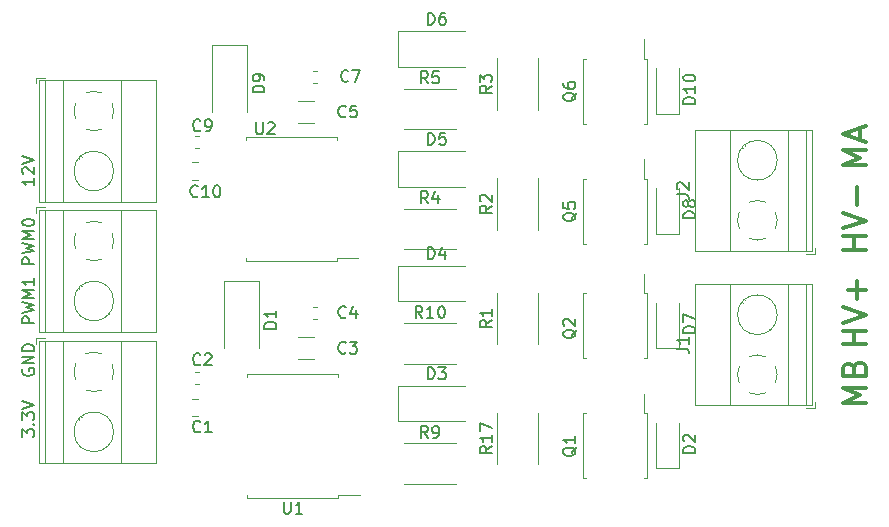
<source format=gbr>
%TF.GenerationSoftware,KiCad,Pcbnew,(5.1.9)-1*%
%TF.CreationDate,2021-03-04T13:54:21-05:00*%
%TF.ProjectId,driver_board,64726976-6572-45f6-926f-6172642e6b69,rev?*%
%TF.SameCoordinates,Original*%
%TF.FileFunction,Legend,Top*%
%TF.FilePolarity,Positive*%
%FSLAX46Y46*%
G04 Gerber Fmt 4.6, Leading zero omitted, Abs format (unit mm)*
G04 Created by KiCad (PCBNEW (5.1.9)-1) date 2021-03-04 13:54:21*
%MOMM*%
%LPD*%
G01*
G04 APERTURE LIST*
%ADD10C,0.200000*%
%ADD11C,0.300000*%
%ADD12C,0.120000*%
%ADD13C,0.150000*%
G04 APERTURE END LIST*
D10*
X60057380Y-142065952D02*
X59057380Y-142065952D01*
X59057380Y-141685000D01*
X59105000Y-141589761D01*
X59152619Y-141542142D01*
X59247857Y-141494523D01*
X59390714Y-141494523D01*
X59485952Y-141542142D01*
X59533571Y-141589761D01*
X59581190Y-141685000D01*
X59581190Y-142065952D01*
X59057380Y-141161190D02*
X60057380Y-140923095D01*
X59343095Y-140732619D01*
X60057380Y-140542142D01*
X59057380Y-140304047D01*
X60057380Y-139923095D02*
X59057380Y-139923095D01*
X59771666Y-139589761D01*
X59057380Y-139256428D01*
X60057380Y-139256428D01*
X60057380Y-138256428D02*
X60057380Y-138827857D01*
X60057380Y-138542142D02*
X59057380Y-138542142D01*
X59200238Y-138637380D01*
X59295476Y-138732619D01*
X59343095Y-138827857D01*
X59105000Y-145946904D02*
X59057380Y-146042142D01*
X59057380Y-146185000D01*
X59105000Y-146327857D01*
X59200238Y-146423095D01*
X59295476Y-146470714D01*
X59485952Y-146518333D01*
X59628809Y-146518333D01*
X59819285Y-146470714D01*
X59914523Y-146423095D01*
X60009761Y-146327857D01*
X60057380Y-146185000D01*
X60057380Y-146089761D01*
X60009761Y-145946904D01*
X59962142Y-145899285D01*
X59628809Y-145899285D01*
X59628809Y-146089761D01*
X60057380Y-145470714D02*
X59057380Y-145470714D01*
X60057380Y-144899285D01*
X59057380Y-144899285D01*
X60057380Y-144423095D02*
X59057380Y-144423095D01*
X59057380Y-144185000D01*
X59105000Y-144042142D01*
X59200238Y-143946904D01*
X59295476Y-143899285D01*
X59485952Y-143851666D01*
X59628809Y-143851666D01*
X59819285Y-143899285D01*
X59914523Y-143946904D01*
X60009761Y-144042142D01*
X60057380Y-144185000D01*
X60057380Y-144423095D01*
X60057380Y-129804047D02*
X60057380Y-130375476D01*
X60057380Y-130089761D02*
X59057380Y-130089761D01*
X59200238Y-130185000D01*
X59295476Y-130280238D01*
X59343095Y-130375476D01*
X59152619Y-129423095D02*
X59105000Y-129375476D01*
X59057380Y-129280238D01*
X59057380Y-129042142D01*
X59105000Y-128946904D01*
X59152619Y-128899285D01*
X59247857Y-128851666D01*
X59343095Y-128851666D01*
X59485952Y-128899285D01*
X60057380Y-129470714D01*
X60057380Y-128851666D01*
X59057380Y-128565952D02*
X60057380Y-128232619D01*
X59057380Y-127899285D01*
X59057380Y-151661190D02*
X59057380Y-151042142D01*
X59438333Y-151375476D01*
X59438333Y-151232619D01*
X59485952Y-151137380D01*
X59533571Y-151089761D01*
X59628809Y-151042142D01*
X59866904Y-151042142D01*
X59962142Y-151089761D01*
X60009761Y-151137380D01*
X60057380Y-151232619D01*
X60057380Y-151518333D01*
X60009761Y-151613571D01*
X59962142Y-151661190D01*
X59962142Y-150613571D02*
X60009761Y-150565952D01*
X60057380Y-150613571D01*
X60009761Y-150661190D01*
X59962142Y-150613571D01*
X60057380Y-150613571D01*
X59057380Y-150232619D02*
X59057380Y-149613571D01*
X59438333Y-149946904D01*
X59438333Y-149804047D01*
X59485952Y-149708809D01*
X59533571Y-149661190D01*
X59628809Y-149613571D01*
X59866904Y-149613571D01*
X59962142Y-149661190D01*
X60009761Y-149708809D01*
X60057380Y-149804047D01*
X60057380Y-150089761D01*
X60009761Y-150185000D01*
X59962142Y-150232619D01*
X59057380Y-149327857D02*
X60057380Y-148994523D01*
X59057380Y-148661190D01*
X60057380Y-137065952D02*
X59057380Y-137065952D01*
X59057380Y-136685000D01*
X59105000Y-136589761D01*
X59152619Y-136542142D01*
X59247857Y-136494523D01*
X59390714Y-136494523D01*
X59485952Y-136542142D01*
X59533571Y-136589761D01*
X59581190Y-136685000D01*
X59581190Y-137065952D01*
X59057380Y-136161190D02*
X60057380Y-135923095D01*
X59343095Y-135732619D01*
X60057380Y-135542142D01*
X59057380Y-135304047D01*
X60057380Y-134923095D02*
X59057380Y-134923095D01*
X59771666Y-134589761D01*
X59057380Y-134256428D01*
X60057380Y-134256428D01*
X59057380Y-133589761D02*
X59057380Y-133494523D01*
X59105000Y-133399285D01*
X59152619Y-133351666D01*
X59247857Y-133304047D01*
X59438333Y-133256428D01*
X59676428Y-133256428D01*
X59866904Y-133304047D01*
X59962142Y-133351666D01*
X60009761Y-133399285D01*
X60057380Y-133494523D01*
X60057380Y-133589761D01*
X60009761Y-133685000D01*
X59962142Y-133732619D01*
X59866904Y-133780238D01*
X59676428Y-133827857D01*
X59438333Y-133827857D01*
X59247857Y-133780238D01*
X59152619Y-133732619D01*
X59105000Y-133685000D01*
X59057380Y-133589761D01*
D11*
X130509761Y-143851666D02*
X128509761Y-143851666D01*
X129462142Y-143851666D02*
X129462142Y-142708809D01*
X130509761Y-142708809D02*
X128509761Y-142708809D01*
X128509761Y-142042142D02*
X130509761Y-141375476D01*
X128509761Y-140708809D01*
X129747857Y-140042142D02*
X129747857Y-138518333D01*
X130509761Y-139280238D02*
X128985952Y-139280238D01*
X130509761Y-148851666D02*
X128509761Y-148851666D01*
X129938333Y-148185000D01*
X128509761Y-147518333D01*
X130509761Y-147518333D01*
X129462142Y-145899285D02*
X129557380Y-145613571D01*
X129652619Y-145518333D01*
X129843095Y-145423095D01*
X130128809Y-145423095D01*
X130319285Y-145518333D01*
X130414523Y-145613571D01*
X130509761Y-145804047D01*
X130509761Y-146565952D01*
X128509761Y-146565952D01*
X128509761Y-145899285D01*
X128605000Y-145708809D01*
X128700238Y-145613571D01*
X128890714Y-145518333D01*
X129081190Y-145518333D01*
X129271666Y-145613571D01*
X129366904Y-145708809D01*
X129462142Y-145899285D01*
X129462142Y-146565952D01*
X130509761Y-128708809D02*
X128509761Y-128708809D01*
X129938333Y-128042142D01*
X128509761Y-127375476D01*
X130509761Y-127375476D01*
X129938333Y-126518333D02*
X129938333Y-125565952D01*
X130509761Y-126708809D02*
X128509761Y-126042142D01*
X130509761Y-125375476D01*
X130509761Y-135851666D02*
X128509761Y-135851666D01*
X129462142Y-135851666D02*
X129462142Y-134708809D01*
X130509761Y-134708809D02*
X128509761Y-134708809D01*
X128509761Y-134042142D02*
X130509761Y-133375476D01*
X128509761Y-132708809D01*
X129747857Y-132042142D02*
X129747857Y-130518333D01*
D12*
%TO.C,C5*%
X83791252Y-123275000D02*
X82368748Y-123275000D01*
X83791252Y-125095000D02*
X82368748Y-125095000D01*
%TO.C,C3*%
X83791252Y-143275000D02*
X82368748Y-143275000D01*
X83791252Y-145095000D02*
X82368748Y-145095000D01*
%TO.C,J5*%
X60205000Y-143345000D02*
X60205000Y-143845000D01*
X60945000Y-143345000D02*
X60205000Y-143345000D01*
X64082000Y-150038000D02*
X64036000Y-149991000D01*
X66380000Y-152335000D02*
X66344000Y-152300000D01*
X63866000Y-150231000D02*
X63831000Y-150196000D01*
X66174000Y-152540000D02*
X66128000Y-152493000D01*
X70366000Y-153865000D02*
X60445000Y-153865000D01*
X70366000Y-143585000D02*
X60445000Y-143585000D01*
X60445000Y-143585000D02*
X60445000Y-153865000D01*
X70366000Y-143585000D02*
X70366000Y-153865000D01*
X67406000Y-143585000D02*
X67406000Y-153865000D01*
X62505000Y-143585000D02*
X62505000Y-153865000D01*
X61005000Y-143585000D02*
X61005000Y-153865000D01*
X66785000Y-151265000D02*
G75*
G03*
X66785000Y-151265000I-1680000J0D01*
G01*
X63424747Y-146213805D02*
G75*
G02*
X63570000Y-145501000I1680253J28805D01*
G01*
X64421958Y-144649574D02*
G75*
G02*
X65789000Y-144650000I683042J-1535426D01*
G01*
X66640426Y-145501958D02*
G75*
G02*
X66640000Y-146869000I-1535426J-683042D01*
G01*
X65788042Y-147720426D02*
G75*
G02*
X64421000Y-147720000I-683042J1535426D01*
G01*
X63570244Y-146868318D02*
G75*
G02*
X63425000Y-146185000I1534756J683318D01*
G01*
%TO.C,J4*%
X60205000Y-132265000D02*
X60205000Y-132765000D01*
X60945000Y-132265000D02*
X60205000Y-132265000D01*
X64082000Y-138958000D02*
X64036000Y-138911000D01*
X66380000Y-141255000D02*
X66344000Y-141220000D01*
X63866000Y-139151000D02*
X63831000Y-139116000D01*
X66174000Y-141460000D02*
X66128000Y-141413000D01*
X70366000Y-142785000D02*
X60445000Y-142785000D01*
X70366000Y-132505000D02*
X60445000Y-132505000D01*
X60445000Y-132505000D02*
X60445000Y-142785000D01*
X70366000Y-132505000D02*
X70366000Y-142785000D01*
X67406000Y-132505000D02*
X67406000Y-142785000D01*
X62505000Y-132505000D02*
X62505000Y-142785000D01*
X61005000Y-132505000D02*
X61005000Y-142785000D01*
X66785000Y-140185000D02*
G75*
G03*
X66785000Y-140185000I-1680000J0D01*
G01*
X63424747Y-135133805D02*
G75*
G02*
X63570000Y-134421000I1680253J28805D01*
G01*
X64421958Y-133569574D02*
G75*
G02*
X65789000Y-133570000I683042J-1535426D01*
G01*
X66640426Y-134421958D02*
G75*
G02*
X66640000Y-135789000I-1535426J-683042D01*
G01*
X65788042Y-136640426D02*
G75*
G02*
X64421000Y-136640000I-683042J1535426D01*
G01*
X63570244Y-135788318D02*
G75*
G02*
X63425000Y-135105000I1534756J683318D01*
G01*
%TO.C,J3*%
X60205000Y-121265000D02*
X60205000Y-121765000D01*
X60945000Y-121265000D02*
X60205000Y-121265000D01*
X64082000Y-127958000D02*
X64036000Y-127911000D01*
X66380000Y-130255000D02*
X66344000Y-130220000D01*
X63866000Y-128151000D02*
X63831000Y-128116000D01*
X66174000Y-130460000D02*
X66128000Y-130413000D01*
X70366000Y-131785000D02*
X60445000Y-131785000D01*
X70366000Y-121505000D02*
X60445000Y-121505000D01*
X60445000Y-121505000D02*
X60445000Y-131785000D01*
X70366000Y-121505000D02*
X70366000Y-131785000D01*
X67406000Y-121505000D02*
X67406000Y-131785000D01*
X62505000Y-121505000D02*
X62505000Y-131785000D01*
X61005000Y-121505000D02*
X61005000Y-131785000D01*
X66785000Y-129185000D02*
G75*
G03*
X66785000Y-129185000I-1680000J0D01*
G01*
X63424747Y-124133805D02*
G75*
G02*
X63570000Y-123421000I1680253J28805D01*
G01*
X64421958Y-122569574D02*
G75*
G02*
X65789000Y-122570000I683042J-1535426D01*
G01*
X66640426Y-123421958D02*
G75*
G02*
X66640000Y-124789000I-1535426J-683042D01*
G01*
X65788042Y-125640426D02*
G75*
G02*
X64421000Y-125640000I-683042J1535426D01*
G01*
X63570244Y-124788318D02*
G75*
G02*
X63425000Y-124105000I1534756J683318D01*
G01*
%TO.C,J2*%
X126185000Y-136190000D02*
X126185000Y-135690000D01*
X125445000Y-136190000D02*
X126185000Y-136190000D01*
X122308000Y-129497000D02*
X122354000Y-129544000D01*
X120010000Y-127200000D02*
X120046000Y-127235000D01*
X122524000Y-129304000D02*
X122559000Y-129339000D01*
X120216000Y-126995000D02*
X120262000Y-127042000D01*
X116024000Y-125670000D02*
X125945000Y-125670000D01*
X116024000Y-135950000D02*
X125945000Y-135950000D01*
X125945000Y-135950000D02*
X125945000Y-125670000D01*
X116024000Y-135950000D02*
X116024000Y-125670000D01*
X118984000Y-135950000D02*
X118984000Y-125670000D01*
X123885000Y-135950000D02*
X123885000Y-125670000D01*
X125385000Y-135950000D02*
X125385000Y-125670000D01*
X122965000Y-128270000D02*
G75*
G03*
X122965000Y-128270000I-1680000J0D01*
G01*
X122965253Y-133321195D02*
G75*
G02*
X122820000Y-134034000I-1680253J-28805D01*
G01*
X121968042Y-134885426D02*
G75*
G02*
X120601000Y-134885000I-683042J1535426D01*
G01*
X119749574Y-134033042D02*
G75*
G02*
X119750000Y-132666000I1535426J683042D01*
G01*
X120601958Y-131814574D02*
G75*
G02*
X121969000Y-131815000I683042J-1535426D01*
G01*
X122819756Y-132666682D02*
G75*
G02*
X122965000Y-133350000I-1534756J-683318D01*
G01*
%TO.C,J1*%
X126185000Y-149271000D02*
X126185000Y-148771000D01*
X125445000Y-149271000D02*
X126185000Y-149271000D01*
X122308000Y-142578000D02*
X122354000Y-142625000D01*
X120010000Y-140281000D02*
X120046000Y-140316000D01*
X122524000Y-142385000D02*
X122559000Y-142420000D01*
X120216000Y-140076000D02*
X120262000Y-140123000D01*
X116024000Y-138751000D02*
X125945000Y-138751000D01*
X116024000Y-149031000D02*
X125945000Y-149031000D01*
X125945000Y-149031000D02*
X125945000Y-138751000D01*
X116024000Y-149031000D02*
X116024000Y-138751000D01*
X118984000Y-149031000D02*
X118984000Y-138751000D01*
X123885000Y-149031000D02*
X123885000Y-138751000D01*
X125385000Y-149031000D02*
X125385000Y-138751000D01*
X122965000Y-141351000D02*
G75*
G03*
X122965000Y-141351000I-1680000J0D01*
G01*
X122965253Y-146402195D02*
G75*
G02*
X122820000Y-147115000I-1680253J-28805D01*
G01*
X121968042Y-147966426D02*
G75*
G02*
X120601000Y-147966000I-683042J1535426D01*
G01*
X119749574Y-147114042D02*
G75*
G02*
X119750000Y-145747000I1535426J683042D01*
G01*
X120601958Y-144895574D02*
G75*
G02*
X121969000Y-144896000I683042J-1535426D01*
G01*
X122819756Y-145747682D02*
G75*
G02*
X122965000Y-146431000I-1534756J-683318D01*
G01*
%TO.C,C7*%
X83970580Y-120675000D02*
X83689420Y-120675000D01*
X83970580Y-121695000D02*
X83689420Y-121695000D01*
%TO.C,C4*%
X83970580Y-140675000D02*
X83689420Y-140675000D01*
X83970580Y-141695000D02*
X83689420Y-141695000D01*
%TO.C,D1*%
X79105000Y-144185000D02*
X79105000Y-138485000D01*
X79105000Y-138485000D02*
X76105000Y-138485000D01*
X76105000Y-138485000D02*
X76105000Y-144185000D01*
%TO.C,C10*%
X73916252Y-128450000D02*
X73393748Y-128450000D01*
X73916252Y-129920000D02*
X73393748Y-129920000D01*
%TO.C,C9*%
X73970580Y-126175000D02*
X73689420Y-126175000D01*
X73970580Y-127195000D02*
X73689420Y-127195000D01*
%TO.C,C2*%
X73970580Y-146175000D02*
X73689420Y-146175000D01*
X73970580Y-147195000D02*
X73689420Y-147195000D01*
%TO.C,C1*%
X73916252Y-148450000D02*
X73393748Y-148450000D01*
X73916252Y-149920000D02*
X73393748Y-149920000D01*
%TO.C,D3*%
X96520000Y-147360000D02*
X90820000Y-147360000D01*
X90820000Y-147360000D02*
X90820000Y-150360000D01*
X90820000Y-150360000D02*
X96520000Y-150360000D01*
%TO.C,D10*%
X112665000Y-124345000D02*
X114665000Y-124345000D01*
X114665000Y-124345000D02*
X114665000Y-120495000D01*
X112665000Y-124345000D02*
X112665000Y-120495000D01*
%TO.C,D8*%
X112665000Y-134505000D02*
X114665000Y-134505000D01*
X114665000Y-134505000D02*
X114665000Y-130655000D01*
X112665000Y-134505000D02*
X112665000Y-130655000D01*
%TO.C,D7*%
X112665000Y-144205000D02*
X114665000Y-144205000D01*
X114665000Y-144205000D02*
X114665000Y-140355000D01*
X112665000Y-144205000D02*
X112665000Y-140355000D01*
%TO.C,D2*%
X112665000Y-154365000D02*
X114665000Y-154365000D01*
X114665000Y-154365000D02*
X114665000Y-150515000D01*
X112665000Y-154365000D02*
X112665000Y-150515000D01*
%TO.C,U2*%
X81820000Y-126280000D02*
X77960000Y-126280000D01*
X77960000Y-126280000D02*
X77960000Y-126535000D01*
X81820000Y-126280000D02*
X85680000Y-126280000D01*
X85680000Y-126280000D02*
X85680000Y-126535000D01*
X81820000Y-136800000D02*
X77960000Y-136800000D01*
X77960000Y-136800000D02*
X77960000Y-136545000D01*
X81820000Y-136800000D02*
X85680000Y-136800000D01*
X85680000Y-136800000D02*
X85680000Y-136545000D01*
X85680000Y-136545000D02*
X87495000Y-136545000D01*
%TO.C,U1*%
X81955000Y-146370000D02*
X78095000Y-146370000D01*
X78095000Y-146370000D02*
X78095000Y-146625000D01*
X81955000Y-146370000D02*
X85815000Y-146370000D01*
X85815000Y-146370000D02*
X85815000Y-146625000D01*
X81955000Y-156890000D02*
X78095000Y-156890000D01*
X78095000Y-156890000D02*
X78095000Y-156635000D01*
X81955000Y-156890000D02*
X85815000Y-156890000D01*
X85815000Y-156890000D02*
X85815000Y-156635000D01*
X85815000Y-156635000D02*
X87630000Y-156635000D01*
%TO.C,R17*%
X99255000Y-153999564D02*
X99255000Y-149645436D01*
X102675000Y-153999564D02*
X102675000Y-149645436D01*
%TO.C,R10*%
X91380436Y-142070000D02*
X95734564Y-142070000D01*
X91380436Y-145490000D02*
X95734564Y-145490000D01*
%TO.C,R9*%
X91380436Y-152230000D02*
X95734564Y-152230000D01*
X91380436Y-155650000D02*
X95734564Y-155650000D01*
%TO.C,R5*%
X91380436Y-122210000D02*
X95734564Y-122210000D01*
X91380436Y-125630000D02*
X95734564Y-125630000D01*
%TO.C,R4*%
X91380436Y-132370000D02*
X95734564Y-132370000D01*
X91380436Y-135790000D02*
X95734564Y-135790000D01*
%TO.C,R3*%
X99255000Y-123979564D02*
X99255000Y-119625436D01*
X102675000Y-123979564D02*
X102675000Y-119625436D01*
%TO.C,R2*%
X99255000Y-134139564D02*
X99255000Y-129785436D01*
X102675000Y-134139564D02*
X102675000Y-129785436D01*
%TO.C,R1*%
X99255000Y-143839564D02*
X99255000Y-139485436D01*
X102675000Y-143839564D02*
X102675000Y-139485436D01*
%TO.C,Q6*%
X111685000Y-119690000D02*
X111685000Y-118040000D01*
X111945000Y-119690000D02*
X111685000Y-119690000D01*
X111945000Y-122440000D02*
X111945000Y-119690000D01*
X111945000Y-125190000D02*
X111685000Y-125190000D01*
X111945000Y-122440000D02*
X111945000Y-125190000D01*
X106495000Y-119690000D02*
X106755000Y-119690000D01*
X106495000Y-122440000D02*
X106495000Y-119690000D01*
X106495000Y-125190000D02*
X106755000Y-125190000D01*
X106495000Y-122440000D02*
X106495000Y-125190000D01*
%TO.C,Q5*%
X111685000Y-129850000D02*
X111685000Y-128200000D01*
X111945000Y-129850000D02*
X111685000Y-129850000D01*
X111945000Y-132600000D02*
X111945000Y-129850000D01*
X111945000Y-135350000D02*
X111685000Y-135350000D01*
X111945000Y-132600000D02*
X111945000Y-135350000D01*
X106495000Y-129850000D02*
X106755000Y-129850000D01*
X106495000Y-132600000D02*
X106495000Y-129850000D01*
X106495000Y-135350000D02*
X106755000Y-135350000D01*
X106495000Y-132600000D02*
X106495000Y-135350000D01*
%TO.C,Q2*%
X111685000Y-139550000D02*
X111685000Y-137900000D01*
X111945000Y-139550000D02*
X111685000Y-139550000D01*
X111945000Y-142300000D02*
X111945000Y-139550000D01*
X111945000Y-145050000D02*
X111685000Y-145050000D01*
X111945000Y-142300000D02*
X111945000Y-145050000D01*
X106495000Y-139550000D02*
X106755000Y-139550000D01*
X106495000Y-142300000D02*
X106495000Y-139550000D01*
X106495000Y-145050000D02*
X106755000Y-145050000D01*
X106495000Y-142300000D02*
X106495000Y-145050000D01*
%TO.C,Q1*%
X111685000Y-149710000D02*
X111685000Y-148060000D01*
X111945000Y-149710000D02*
X111685000Y-149710000D01*
X111945000Y-152460000D02*
X111945000Y-149710000D01*
X111945000Y-155210000D02*
X111685000Y-155210000D01*
X111945000Y-152460000D02*
X111945000Y-155210000D01*
X106495000Y-149710000D02*
X106755000Y-149710000D01*
X106495000Y-152460000D02*
X106495000Y-149710000D01*
X106495000Y-155210000D02*
X106755000Y-155210000D01*
X106495000Y-152460000D02*
X106495000Y-155210000D01*
%TO.C,D9*%
X78105000Y-124185000D02*
X78105000Y-118485000D01*
X78105000Y-118485000D02*
X75105000Y-118485000D01*
X75105000Y-118485000D02*
X75105000Y-124185000D01*
%TO.C,D6*%
X96520000Y-117340000D02*
X90820000Y-117340000D01*
X90820000Y-117340000D02*
X90820000Y-120340000D01*
X90820000Y-120340000D02*
X96520000Y-120340000D01*
%TO.C,D5*%
X96520000Y-127500000D02*
X90820000Y-127500000D01*
X90820000Y-127500000D02*
X90820000Y-130500000D01*
X90820000Y-130500000D02*
X96520000Y-130500000D01*
%TO.C,D4*%
X96520000Y-137200000D02*
X90820000Y-137200000D01*
X90820000Y-137200000D02*
X90820000Y-140200000D01*
X90820000Y-140200000D02*
X96520000Y-140200000D01*
%TO.C,C5*%
D13*
X86438333Y-124542142D02*
X86390714Y-124589761D01*
X86247857Y-124637380D01*
X86152619Y-124637380D01*
X86009761Y-124589761D01*
X85914523Y-124494523D01*
X85866904Y-124399285D01*
X85819285Y-124208809D01*
X85819285Y-124065952D01*
X85866904Y-123875476D01*
X85914523Y-123780238D01*
X86009761Y-123685000D01*
X86152619Y-123637380D01*
X86247857Y-123637380D01*
X86390714Y-123685000D01*
X86438333Y-123732619D01*
X87343095Y-123637380D02*
X86866904Y-123637380D01*
X86819285Y-124113571D01*
X86866904Y-124065952D01*
X86962142Y-124018333D01*
X87200238Y-124018333D01*
X87295476Y-124065952D01*
X87343095Y-124113571D01*
X87390714Y-124208809D01*
X87390714Y-124446904D01*
X87343095Y-124542142D01*
X87295476Y-124589761D01*
X87200238Y-124637380D01*
X86962142Y-124637380D01*
X86866904Y-124589761D01*
X86819285Y-124542142D01*
%TO.C,C3*%
X86438333Y-144542142D02*
X86390714Y-144589761D01*
X86247857Y-144637380D01*
X86152619Y-144637380D01*
X86009761Y-144589761D01*
X85914523Y-144494523D01*
X85866904Y-144399285D01*
X85819285Y-144208809D01*
X85819285Y-144065952D01*
X85866904Y-143875476D01*
X85914523Y-143780238D01*
X86009761Y-143685000D01*
X86152619Y-143637380D01*
X86247857Y-143637380D01*
X86390714Y-143685000D01*
X86438333Y-143732619D01*
X86771666Y-143637380D02*
X87390714Y-143637380D01*
X87057380Y-144018333D01*
X87200238Y-144018333D01*
X87295476Y-144065952D01*
X87343095Y-144113571D01*
X87390714Y-144208809D01*
X87390714Y-144446904D01*
X87343095Y-144542142D01*
X87295476Y-144589761D01*
X87200238Y-144637380D01*
X86914523Y-144637380D01*
X86819285Y-144589761D01*
X86771666Y-144542142D01*
%TO.C,J2*%
X114477380Y-131143333D02*
X115191666Y-131143333D01*
X115334523Y-131190952D01*
X115429761Y-131286190D01*
X115477380Y-131429047D01*
X115477380Y-131524285D01*
X114572619Y-130714761D02*
X114525000Y-130667142D01*
X114477380Y-130571904D01*
X114477380Y-130333809D01*
X114525000Y-130238571D01*
X114572619Y-130190952D01*
X114667857Y-130143333D01*
X114763095Y-130143333D01*
X114905952Y-130190952D01*
X115477380Y-130762380D01*
X115477380Y-130143333D01*
%TO.C,J1*%
X114477380Y-144224333D02*
X115191666Y-144224333D01*
X115334523Y-144271952D01*
X115429761Y-144367190D01*
X115477380Y-144510047D01*
X115477380Y-144605285D01*
X115477380Y-143224333D02*
X115477380Y-143795761D01*
X115477380Y-143510047D02*
X114477380Y-143510047D01*
X114620238Y-143605285D01*
X114715476Y-143700523D01*
X114763095Y-143795761D01*
%TO.C,C7*%
X86663333Y-121542142D02*
X86615714Y-121589761D01*
X86472857Y-121637380D01*
X86377619Y-121637380D01*
X86234761Y-121589761D01*
X86139523Y-121494523D01*
X86091904Y-121399285D01*
X86044285Y-121208809D01*
X86044285Y-121065952D01*
X86091904Y-120875476D01*
X86139523Y-120780238D01*
X86234761Y-120685000D01*
X86377619Y-120637380D01*
X86472857Y-120637380D01*
X86615714Y-120685000D01*
X86663333Y-120732619D01*
X86996666Y-120637380D02*
X87663333Y-120637380D01*
X87234761Y-121637380D01*
%TO.C,C4*%
X86438333Y-141542142D02*
X86390714Y-141589761D01*
X86247857Y-141637380D01*
X86152619Y-141637380D01*
X86009761Y-141589761D01*
X85914523Y-141494523D01*
X85866904Y-141399285D01*
X85819285Y-141208809D01*
X85819285Y-141065952D01*
X85866904Y-140875476D01*
X85914523Y-140780238D01*
X86009761Y-140685000D01*
X86152619Y-140637380D01*
X86247857Y-140637380D01*
X86390714Y-140685000D01*
X86438333Y-140732619D01*
X87295476Y-140970714D02*
X87295476Y-141637380D01*
X87057380Y-140589761D02*
X86819285Y-141304047D01*
X87438333Y-141304047D01*
%TO.C,D1*%
X80557380Y-142523095D02*
X79557380Y-142523095D01*
X79557380Y-142285000D01*
X79605000Y-142142142D01*
X79700238Y-142046904D01*
X79795476Y-141999285D01*
X79985952Y-141951666D01*
X80128809Y-141951666D01*
X80319285Y-141999285D01*
X80414523Y-142046904D01*
X80509761Y-142142142D01*
X80557380Y-142285000D01*
X80557380Y-142523095D01*
X80557380Y-140999285D02*
X80557380Y-141570714D01*
X80557380Y-141285000D02*
X79557380Y-141285000D01*
X79700238Y-141380238D01*
X79795476Y-141475476D01*
X79843095Y-141570714D01*
%TO.C,C10*%
X73906142Y-131294142D02*
X73858523Y-131341761D01*
X73715666Y-131389380D01*
X73620428Y-131389380D01*
X73477571Y-131341761D01*
X73382333Y-131246523D01*
X73334714Y-131151285D01*
X73287095Y-130960809D01*
X73287095Y-130817952D01*
X73334714Y-130627476D01*
X73382333Y-130532238D01*
X73477571Y-130437000D01*
X73620428Y-130389380D01*
X73715666Y-130389380D01*
X73858523Y-130437000D01*
X73906142Y-130484619D01*
X74858523Y-131389380D02*
X74287095Y-131389380D01*
X74572809Y-131389380D02*
X74572809Y-130389380D01*
X74477571Y-130532238D01*
X74382333Y-130627476D01*
X74287095Y-130675095D01*
X75477571Y-130389380D02*
X75572809Y-130389380D01*
X75668047Y-130437000D01*
X75715666Y-130484619D01*
X75763285Y-130579857D01*
X75810904Y-130770333D01*
X75810904Y-131008428D01*
X75763285Y-131198904D01*
X75715666Y-131294142D01*
X75668047Y-131341761D01*
X75572809Y-131389380D01*
X75477571Y-131389380D01*
X75382333Y-131341761D01*
X75334714Y-131294142D01*
X75287095Y-131198904D01*
X75239476Y-131008428D01*
X75239476Y-130770333D01*
X75287095Y-130579857D01*
X75334714Y-130484619D01*
X75382333Y-130437000D01*
X75477571Y-130389380D01*
%TO.C,C9*%
X74128333Y-125714142D02*
X74080714Y-125761761D01*
X73937857Y-125809380D01*
X73842619Y-125809380D01*
X73699761Y-125761761D01*
X73604523Y-125666523D01*
X73556904Y-125571285D01*
X73509285Y-125380809D01*
X73509285Y-125237952D01*
X73556904Y-125047476D01*
X73604523Y-124952238D01*
X73699761Y-124857000D01*
X73842619Y-124809380D01*
X73937857Y-124809380D01*
X74080714Y-124857000D01*
X74128333Y-124904619D01*
X74604523Y-125809380D02*
X74795000Y-125809380D01*
X74890238Y-125761761D01*
X74937857Y-125714142D01*
X75033095Y-125571285D01*
X75080714Y-125380809D01*
X75080714Y-124999857D01*
X75033095Y-124904619D01*
X74985476Y-124857000D01*
X74890238Y-124809380D01*
X74699761Y-124809380D01*
X74604523Y-124857000D01*
X74556904Y-124904619D01*
X74509285Y-124999857D01*
X74509285Y-125237952D01*
X74556904Y-125333190D01*
X74604523Y-125380809D01*
X74699761Y-125428428D01*
X74890238Y-125428428D01*
X74985476Y-125380809D01*
X75033095Y-125333190D01*
X75080714Y-125237952D01*
%TO.C,C2*%
X74128333Y-145526142D02*
X74080714Y-145573761D01*
X73937857Y-145621380D01*
X73842619Y-145621380D01*
X73699761Y-145573761D01*
X73604523Y-145478523D01*
X73556904Y-145383285D01*
X73509285Y-145192809D01*
X73509285Y-145049952D01*
X73556904Y-144859476D01*
X73604523Y-144764238D01*
X73699761Y-144669000D01*
X73842619Y-144621380D01*
X73937857Y-144621380D01*
X74080714Y-144669000D01*
X74128333Y-144716619D01*
X74509285Y-144716619D02*
X74556904Y-144669000D01*
X74652142Y-144621380D01*
X74890238Y-144621380D01*
X74985476Y-144669000D01*
X75033095Y-144716619D01*
X75080714Y-144811857D01*
X75080714Y-144907095D01*
X75033095Y-145049952D01*
X74461666Y-145621380D01*
X75080714Y-145621380D01*
%TO.C,C1*%
X74128333Y-151222142D02*
X74080714Y-151269761D01*
X73937857Y-151317380D01*
X73842619Y-151317380D01*
X73699761Y-151269761D01*
X73604523Y-151174523D01*
X73556904Y-151079285D01*
X73509285Y-150888809D01*
X73509285Y-150745952D01*
X73556904Y-150555476D01*
X73604523Y-150460238D01*
X73699761Y-150365000D01*
X73842619Y-150317380D01*
X73937857Y-150317380D01*
X74080714Y-150365000D01*
X74128333Y-150412619D01*
X75080714Y-151317380D02*
X74509285Y-151317380D01*
X74795000Y-151317380D02*
X74795000Y-150317380D01*
X74699761Y-150460238D01*
X74604523Y-150555476D01*
X74509285Y-150603095D01*
%TO.C,D3*%
X93381904Y-146812380D02*
X93381904Y-145812380D01*
X93620000Y-145812380D01*
X93762857Y-145860000D01*
X93858095Y-145955238D01*
X93905714Y-146050476D01*
X93953333Y-146240952D01*
X93953333Y-146383809D01*
X93905714Y-146574285D01*
X93858095Y-146669523D01*
X93762857Y-146764761D01*
X93620000Y-146812380D01*
X93381904Y-146812380D01*
X94286666Y-145812380D02*
X94905714Y-145812380D01*
X94572380Y-146193333D01*
X94715238Y-146193333D01*
X94810476Y-146240952D01*
X94858095Y-146288571D01*
X94905714Y-146383809D01*
X94905714Y-146621904D01*
X94858095Y-146717142D01*
X94810476Y-146764761D01*
X94715238Y-146812380D01*
X94429523Y-146812380D01*
X94334285Y-146764761D01*
X94286666Y-146717142D01*
%TO.C,D10*%
X116022380Y-123486285D02*
X115022380Y-123486285D01*
X115022380Y-123248190D01*
X115070000Y-123105333D01*
X115165238Y-123010095D01*
X115260476Y-122962476D01*
X115450952Y-122914857D01*
X115593809Y-122914857D01*
X115784285Y-122962476D01*
X115879523Y-123010095D01*
X115974761Y-123105333D01*
X116022380Y-123248190D01*
X116022380Y-123486285D01*
X116022380Y-121962476D02*
X116022380Y-122533904D01*
X116022380Y-122248190D02*
X115022380Y-122248190D01*
X115165238Y-122343428D01*
X115260476Y-122438666D01*
X115308095Y-122533904D01*
X115022380Y-121343428D02*
X115022380Y-121248190D01*
X115070000Y-121152952D01*
X115117619Y-121105333D01*
X115212857Y-121057714D01*
X115403333Y-121010095D01*
X115641428Y-121010095D01*
X115831904Y-121057714D01*
X115927142Y-121105333D01*
X115974761Y-121152952D01*
X116022380Y-121248190D01*
X116022380Y-121343428D01*
X115974761Y-121438666D01*
X115927142Y-121486285D01*
X115831904Y-121533904D01*
X115641428Y-121581523D01*
X115403333Y-121581523D01*
X115212857Y-121533904D01*
X115117619Y-121486285D01*
X115070000Y-121438666D01*
X115022380Y-121343428D01*
%TO.C,D8*%
X116022380Y-133170095D02*
X115022380Y-133170095D01*
X115022380Y-132932000D01*
X115070000Y-132789142D01*
X115165238Y-132693904D01*
X115260476Y-132646285D01*
X115450952Y-132598666D01*
X115593809Y-132598666D01*
X115784285Y-132646285D01*
X115879523Y-132693904D01*
X115974761Y-132789142D01*
X116022380Y-132932000D01*
X116022380Y-133170095D01*
X115450952Y-132027238D02*
X115403333Y-132122476D01*
X115355714Y-132170095D01*
X115260476Y-132217714D01*
X115212857Y-132217714D01*
X115117619Y-132170095D01*
X115070000Y-132122476D01*
X115022380Y-132027238D01*
X115022380Y-131836761D01*
X115070000Y-131741523D01*
X115117619Y-131693904D01*
X115212857Y-131646285D01*
X115260476Y-131646285D01*
X115355714Y-131693904D01*
X115403333Y-131741523D01*
X115450952Y-131836761D01*
X115450952Y-132027238D01*
X115498571Y-132122476D01*
X115546190Y-132170095D01*
X115641428Y-132217714D01*
X115831904Y-132217714D01*
X115927142Y-132170095D01*
X115974761Y-132122476D01*
X116022380Y-132027238D01*
X116022380Y-131836761D01*
X115974761Y-131741523D01*
X115927142Y-131693904D01*
X115831904Y-131646285D01*
X115641428Y-131646285D01*
X115546190Y-131693904D01*
X115498571Y-131741523D01*
X115450952Y-131836761D01*
%TO.C,D7*%
X116022380Y-142870095D02*
X115022380Y-142870095D01*
X115022380Y-142632000D01*
X115070000Y-142489142D01*
X115165238Y-142393904D01*
X115260476Y-142346285D01*
X115450952Y-142298666D01*
X115593809Y-142298666D01*
X115784285Y-142346285D01*
X115879523Y-142393904D01*
X115974761Y-142489142D01*
X116022380Y-142632000D01*
X116022380Y-142870095D01*
X115022380Y-141965333D02*
X115022380Y-141298666D01*
X116022380Y-141727238D01*
%TO.C,D2*%
X116022380Y-153030095D02*
X115022380Y-153030095D01*
X115022380Y-152792000D01*
X115070000Y-152649142D01*
X115165238Y-152553904D01*
X115260476Y-152506285D01*
X115450952Y-152458666D01*
X115593809Y-152458666D01*
X115784285Y-152506285D01*
X115879523Y-152553904D01*
X115974761Y-152649142D01*
X116022380Y-152792000D01*
X116022380Y-153030095D01*
X115117619Y-152077714D02*
X115070000Y-152030095D01*
X115022380Y-151934857D01*
X115022380Y-151696761D01*
X115070000Y-151601523D01*
X115117619Y-151553904D01*
X115212857Y-151506285D01*
X115308095Y-151506285D01*
X115450952Y-151553904D01*
X116022380Y-152125333D01*
X116022380Y-151506285D01*
%TO.C,U2*%
X78843095Y-125055380D02*
X78843095Y-125864904D01*
X78890714Y-125960142D01*
X78938333Y-126007761D01*
X79033571Y-126055380D01*
X79224047Y-126055380D01*
X79319285Y-126007761D01*
X79366904Y-125960142D01*
X79414523Y-125864904D01*
X79414523Y-125055380D01*
X79843095Y-125150619D02*
X79890714Y-125103000D01*
X79985952Y-125055380D01*
X80224047Y-125055380D01*
X80319285Y-125103000D01*
X80366904Y-125150619D01*
X80414523Y-125245857D01*
X80414523Y-125341095D01*
X80366904Y-125483952D01*
X79795476Y-126055380D01*
X80414523Y-126055380D01*
%TO.C,U1*%
X81193095Y-157182380D02*
X81193095Y-157991904D01*
X81240714Y-158087142D01*
X81288333Y-158134761D01*
X81383571Y-158182380D01*
X81574047Y-158182380D01*
X81669285Y-158134761D01*
X81716904Y-158087142D01*
X81764523Y-157991904D01*
X81764523Y-157182380D01*
X82764523Y-158182380D02*
X82193095Y-158182380D01*
X82478809Y-158182380D02*
X82478809Y-157182380D01*
X82383571Y-157325238D01*
X82288333Y-157420476D01*
X82193095Y-157468095D01*
%TO.C,R17*%
X98797380Y-152465357D02*
X98321190Y-152798690D01*
X98797380Y-153036785D02*
X97797380Y-153036785D01*
X97797380Y-152655833D01*
X97845000Y-152560595D01*
X97892619Y-152512976D01*
X97987857Y-152465357D01*
X98130714Y-152465357D01*
X98225952Y-152512976D01*
X98273571Y-152560595D01*
X98321190Y-152655833D01*
X98321190Y-153036785D01*
X98797380Y-151512976D02*
X98797380Y-152084404D01*
X98797380Y-151798690D02*
X97797380Y-151798690D01*
X97940238Y-151893928D01*
X98035476Y-151989166D01*
X98083095Y-152084404D01*
X97797380Y-151179642D02*
X97797380Y-150512976D01*
X98797380Y-150941547D01*
%TO.C,R10*%
X92914642Y-141612380D02*
X92581309Y-141136190D01*
X92343214Y-141612380D02*
X92343214Y-140612380D01*
X92724166Y-140612380D01*
X92819404Y-140660000D01*
X92867023Y-140707619D01*
X92914642Y-140802857D01*
X92914642Y-140945714D01*
X92867023Y-141040952D01*
X92819404Y-141088571D01*
X92724166Y-141136190D01*
X92343214Y-141136190D01*
X93867023Y-141612380D02*
X93295595Y-141612380D01*
X93581309Y-141612380D02*
X93581309Y-140612380D01*
X93486071Y-140755238D01*
X93390833Y-140850476D01*
X93295595Y-140898095D01*
X94486071Y-140612380D02*
X94581309Y-140612380D01*
X94676547Y-140660000D01*
X94724166Y-140707619D01*
X94771785Y-140802857D01*
X94819404Y-140993333D01*
X94819404Y-141231428D01*
X94771785Y-141421904D01*
X94724166Y-141517142D01*
X94676547Y-141564761D01*
X94581309Y-141612380D01*
X94486071Y-141612380D01*
X94390833Y-141564761D01*
X94343214Y-141517142D01*
X94295595Y-141421904D01*
X94247976Y-141231428D01*
X94247976Y-140993333D01*
X94295595Y-140802857D01*
X94343214Y-140707619D01*
X94390833Y-140660000D01*
X94486071Y-140612380D01*
%TO.C,R9*%
X93390833Y-151772380D02*
X93057500Y-151296190D01*
X92819404Y-151772380D02*
X92819404Y-150772380D01*
X93200357Y-150772380D01*
X93295595Y-150820000D01*
X93343214Y-150867619D01*
X93390833Y-150962857D01*
X93390833Y-151105714D01*
X93343214Y-151200952D01*
X93295595Y-151248571D01*
X93200357Y-151296190D01*
X92819404Y-151296190D01*
X93867023Y-151772380D02*
X94057500Y-151772380D01*
X94152738Y-151724761D01*
X94200357Y-151677142D01*
X94295595Y-151534285D01*
X94343214Y-151343809D01*
X94343214Y-150962857D01*
X94295595Y-150867619D01*
X94247976Y-150820000D01*
X94152738Y-150772380D01*
X93962261Y-150772380D01*
X93867023Y-150820000D01*
X93819404Y-150867619D01*
X93771785Y-150962857D01*
X93771785Y-151200952D01*
X93819404Y-151296190D01*
X93867023Y-151343809D01*
X93962261Y-151391428D01*
X94152738Y-151391428D01*
X94247976Y-151343809D01*
X94295595Y-151296190D01*
X94343214Y-151200952D01*
%TO.C,R5*%
X93390833Y-121752380D02*
X93057500Y-121276190D01*
X92819404Y-121752380D02*
X92819404Y-120752380D01*
X93200357Y-120752380D01*
X93295595Y-120800000D01*
X93343214Y-120847619D01*
X93390833Y-120942857D01*
X93390833Y-121085714D01*
X93343214Y-121180952D01*
X93295595Y-121228571D01*
X93200357Y-121276190D01*
X92819404Y-121276190D01*
X94295595Y-120752380D02*
X93819404Y-120752380D01*
X93771785Y-121228571D01*
X93819404Y-121180952D01*
X93914642Y-121133333D01*
X94152738Y-121133333D01*
X94247976Y-121180952D01*
X94295595Y-121228571D01*
X94343214Y-121323809D01*
X94343214Y-121561904D01*
X94295595Y-121657142D01*
X94247976Y-121704761D01*
X94152738Y-121752380D01*
X93914642Y-121752380D01*
X93819404Y-121704761D01*
X93771785Y-121657142D01*
%TO.C,R4*%
X93390833Y-131912380D02*
X93057500Y-131436190D01*
X92819404Y-131912380D02*
X92819404Y-130912380D01*
X93200357Y-130912380D01*
X93295595Y-130960000D01*
X93343214Y-131007619D01*
X93390833Y-131102857D01*
X93390833Y-131245714D01*
X93343214Y-131340952D01*
X93295595Y-131388571D01*
X93200357Y-131436190D01*
X92819404Y-131436190D01*
X94247976Y-131245714D02*
X94247976Y-131912380D01*
X94009880Y-130864761D02*
X93771785Y-131579047D01*
X94390833Y-131579047D01*
%TO.C,R3*%
X98797380Y-121969166D02*
X98321190Y-122302500D01*
X98797380Y-122540595D02*
X97797380Y-122540595D01*
X97797380Y-122159642D01*
X97845000Y-122064404D01*
X97892619Y-122016785D01*
X97987857Y-121969166D01*
X98130714Y-121969166D01*
X98225952Y-122016785D01*
X98273571Y-122064404D01*
X98321190Y-122159642D01*
X98321190Y-122540595D01*
X97797380Y-121635833D02*
X97797380Y-121016785D01*
X98178333Y-121350119D01*
X98178333Y-121207261D01*
X98225952Y-121112023D01*
X98273571Y-121064404D01*
X98368809Y-121016785D01*
X98606904Y-121016785D01*
X98702142Y-121064404D01*
X98749761Y-121112023D01*
X98797380Y-121207261D01*
X98797380Y-121492976D01*
X98749761Y-121588214D01*
X98702142Y-121635833D01*
%TO.C,R2*%
X98797380Y-132129166D02*
X98321190Y-132462500D01*
X98797380Y-132700595D02*
X97797380Y-132700595D01*
X97797380Y-132319642D01*
X97845000Y-132224404D01*
X97892619Y-132176785D01*
X97987857Y-132129166D01*
X98130714Y-132129166D01*
X98225952Y-132176785D01*
X98273571Y-132224404D01*
X98321190Y-132319642D01*
X98321190Y-132700595D01*
X97892619Y-131748214D02*
X97845000Y-131700595D01*
X97797380Y-131605357D01*
X97797380Y-131367261D01*
X97845000Y-131272023D01*
X97892619Y-131224404D01*
X97987857Y-131176785D01*
X98083095Y-131176785D01*
X98225952Y-131224404D01*
X98797380Y-131795833D01*
X98797380Y-131176785D01*
%TO.C,R1*%
X98797380Y-141829166D02*
X98321190Y-142162500D01*
X98797380Y-142400595D02*
X97797380Y-142400595D01*
X97797380Y-142019642D01*
X97845000Y-141924404D01*
X97892619Y-141876785D01*
X97987857Y-141829166D01*
X98130714Y-141829166D01*
X98225952Y-141876785D01*
X98273571Y-141924404D01*
X98321190Y-142019642D01*
X98321190Y-142400595D01*
X98797380Y-140876785D02*
X98797380Y-141448214D01*
X98797380Y-141162500D02*
X97797380Y-141162500D01*
X97940238Y-141257738D01*
X98035476Y-141352976D01*
X98083095Y-141448214D01*
%TO.C,Q6*%
X105957619Y-122535238D02*
X105910000Y-122630476D01*
X105814761Y-122725714D01*
X105671904Y-122868571D01*
X105624285Y-122963809D01*
X105624285Y-123059047D01*
X105862380Y-123011428D02*
X105814761Y-123106666D01*
X105719523Y-123201904D01*
X105529047Y-123249523D01*
X105195714Y-123249523D01*
X105005238Y-123201904D01*
X104910000Y-123106666D01*
X104862380Y-123011428D01*
X104862380Y-122820952D01*
X104910000Y-122725714D01*
X105005238Y-122630476D01*
X105195714Y-122582857D01*
X105529047Y-122582857D01*
X105719523Y-122630476D01*
X105814761Y-122725714D01*
X105862380Y-122820952D01*
X105862380Y-123011428D01*
X104862380Y-121725714D02*
X104862380Y-121916190D01*
X104910000Y-122011428D01*
X104957619Y-122059047D01*
X105100476Y-122154285D01*
X105290952Y-122201904D01*
X105671904Y-122201904D01*
X105767142Y-122154285D01*
X105814761Y-122106666D01*
X105862380Y-122011428D01*
X105862380Y-121820952D01*
X105814761Y-121725714D01*
X105767142Y-121678095D01*
X105671904Y-121630476D01*
X105433809Y-121630476D01*
X105338571Y-121678095D01*
X105290952Y-121725714D01*
X105243333Y-121820952D01*
X105243333Y-122011428D01*
X105290952Y-122106666D01*
X105338571Y-122154285D01*
X105433809Y-122201904D01*
%TO.C,Q5*%
X105957619Y-132695238D02*
X105910000Y-132790476D01*
X105814761Y-132885714D01*
X105671904Y-133028571D01*
X105624285Y-133123809D01*
X105624285Y-133219047D01*
X105862380Y-133171428D02*
X105814761Y-133266666D01*
X105719523Y-133361904D01*
X105529047Y-133409523D01*
X105195714Y-133409523D01*
X105005238Y-133361904D01*
X104910000Y-133266666D01*
X104862380Y-133171428D01*
X104862380Y-132980952D01*
X104910000Y-132885714D01*
X105005238Y-132790476D01*
X105195714Y-132742857D01*
X105529047Y-132742857D01*
X105719523Y-132790476D01*
X105814761Y-132885714D01*
X105862380Y-132980952D01*
X105862380Y-133171428D01*
X104862380Y-131838095D02*
X104862380Y-132314285D01*
X105338571Y-132361904D01*
X105290952Y-132314285D01*
X105243333Y-132219047D01*
X105243333Y-131980952D01*
X105290952Y-131885714D01*
X105338571Y-131838095D01*
X105433809Y-131790476D01*
X105671904Y-131790476D01*
X105767142Y-131838095D01*
X105814761Y-131885714D01*
X105862380Y-131980952D01*
X105862380Y-132219047D01*
X105814761Y-132314285D01*
X105767142Y-132361904D01*
%TO.C,Q2*%
X105957619Y-142605238D02*
X105910000Y-142700476D01*
X105814761Y-142795714D01*
X105671904Y-142938571D01*
X105624285Y-143033809D01*
X105624285Y-143129047D01*
X105862380Y-143081428D02*
X105814761Y-143176666D01*
X105719523Y-143271904D01*
X105529047Y-143319523D01*
X105195714Y-143319523D01*
X105005238Y-143271904D01*
X104910000Y-143176666D01*
X104862380Y-143081428D01*
X104862380Y-142890952D01*
X104910000Y-142795714D01*
X105005238Y-142700476D01*
X105195714Y-142652857D01*
X105529047Y-142652857D01*
X105719523Y-142700476D01*
X105814761Y-142795714D01*
X105862380Y-142890952D01*
X105862380Y-143081428D01*
X104957619Y-142271904D02*
X104910000Y-142224285D01*
X104862380Y-142129047D01*
X104862380Y-141890952D01*
X104910000Y-141795714D01*
X104957619Y-141748095D01*
X105052857Y-141700476D01*
X105148095Y-141700476D01*
X105290952Y-141748095D01*
X105862380Y-142319523D01*
X105862380Y-141700476D01*
%TO.C,Q1*%
X105957619Y-152555238D02*
X105910000Y-152650476D01*
X105814761Y-152745714D01*
X105671904Y-152888571D01*
X105624285Y-152983809D01*
X105624285Y-153079047D01*
X105862380Y-153031428D02*
X105814761Y-153126666D01*
X105719523Y-153221904D01*
X105529047Y-153269523D01*
X105195714Y-153269523D01*
X105005238Y-153221904D01*
X104910000Y-153126666D01*
X104862380Y-153031428D01*
X104862380Y-152840952D01*
X104910000Y-152745714D01*
X105005238Y-152650476D01*
X105195714Y-152602857D01*
X105529047Y-152602857D01*
X105719523Y-152650476D01*
X105814761Y-152745714D01*
X105862380Y-152840952D01*
X105862380Y-153031428D01*
X105862380Y-151650476D02*
X105862380Y-152221904D01*
X105862380Y-151936190D02*
X104862380Y-151936190D01*
X105005238Y-152031428D01*
X105100476Y-152126666D01*
X105148095Y-152221904D01*
%TO.C,D9*%
X79557380Y-122523095D02*
X78557380Y-122523095D01*
X78557380Y-122285000D01*
X78605000Y-122142142D01*
X78700238Y-122046904D01*
X78795476Y-121999285D01*
X78985952Y-121951666D01*
X79128809Y-121951666D01*
X79319285Y-121999285D01*
X79414523Y-122046904D01*
X79509761Y-122142142D01*
X79557380Y-122285000D01*
X79557380Y-122523095D01*
X79557380Y-121475476D02*
X79557380Y-121285000D01*
X79509761Y-121189761D01*
X79462142Y-121142142D01*
X79319285Y-121046904D01*
X79128809Y-120999285D01*
X78747857Y-120999285D01*
X78652619Y-121046904D01*
X78605000Y-121094523D01*
X78557380Y-121189761D01*
X78557380Y-121380238D01*
X78605000Y-121475476D01*
X78652619Y-121523095D01*
X78747857Y-121570714D01*
X78985952Y-121570714D01*
X79081190Y-121523095D01*
X79128809Y-121475476D01*
X79176428Y-121380238D01*
X79176428Y-121189761D01*
X79128809Y-121094523D01*
X79081190Y-121046904D01*
X78985952Y-120999285D01*
%TO.C,D6*%
X93381904Y-116792380D02*
X93381904Y-115792380D01*
X93620000Y-115792380D01*
X93762857Y-115840000D01*
X93858095Y-115935238D01*
X93905714Y-116030476D01*
X93953333Y-116220952D01*
X93953333Y-116363809D01*
X93905714Y-116554285D01*
X93858095Y-116649523D01*
X93762857Y-116744761D01*
X93620000Y-116792380D01*
X93381904Y-116792380D01*
X94810476Y-115792380D02*
X94620000Y-115792380D01*
X94524761Y-115840000D01*
X94477142Y-115887619D01*
X94381904Y-116030476D01*
X94334285Y-116220952D01*
X94334285Y-116601904D01*
X94381904Y-116697142D01*
X94429523Y-116744761D01*
X94524761Y-116792380D01*
X94715238Y-116792380D01*
X94810476Y-116744761D01*
X94858095Y-116697142D01*
X94905714Y-116601904D01*
X94905714Y-116363809D01*
X94858095Y-116268571D01*
X94810476Y-116220952D01*
X94715238Y-116173333D01*
X94524761Y-116173333D01*
X94429523Y-116220952D01*
X94381904Y-116268571D01*
X94334285Y-116363809D01*
%TO.C,D5*%
X93381904Y-126952380D02*
X93381904Y-125952380D01*
X93620000Y-125952380D01*
X93762857Y-126000000D01*
X93858095Y-126095238D01*
X93905714Y-126190476D01*
X93953333Y-126380952D01*
X93953333Y-126523809D01*
X93905714Y-126714285D01*
X93858095Y-126809523D01*
X93762857Y-126904761D01*
X93620000Y-126952380D01*
X93381904Y-126952380D01*
X94858095Y-125952380D02*
X94381904Y-125952380D01*
X94334285Y-126428571D01*
X94381904Y-126380952D01*
X94477142Y-126333333D01*
X94715238Y-126333333D01*
X94810476Y-126380952D01*
X94858095Y-126428571D01*
X94905714Y-126523809D01*
X94905714Y-126761904D01*
X94858095Y-126857142D01*
X94810476Y-126904761D01*
X94715238Y-126952380D01*
X94477142Y-126952380D01*
X94381904Y-126904761D01*
X94334285Y-126857142D01*
%TO.C,D4*%
X93381904Y-136652380D02*
X93381904Y-135652380D01*
X93620000Y-135652380D01*
X93762857Y-135700000D01*
X93858095Y-135795238D01*
X93905714Y-135890476D01*
X93953333Y-136080952D01*
X93953333Y-136223809D01*
X93905714Y-136414285D01*
X93858095Y-136509523D01*
X93762857Y-136604761D01*
X93620000Y-136652380D01*
X93381904Y-136652380D01*
X94810476Y-135985714D02*
X94810476Y-136652380D01*
X94572380Y-135604761D02*
X94334285Y-136319047D01*
X94953333Y-136319047D01*
%TD*%
M02*

</source>
